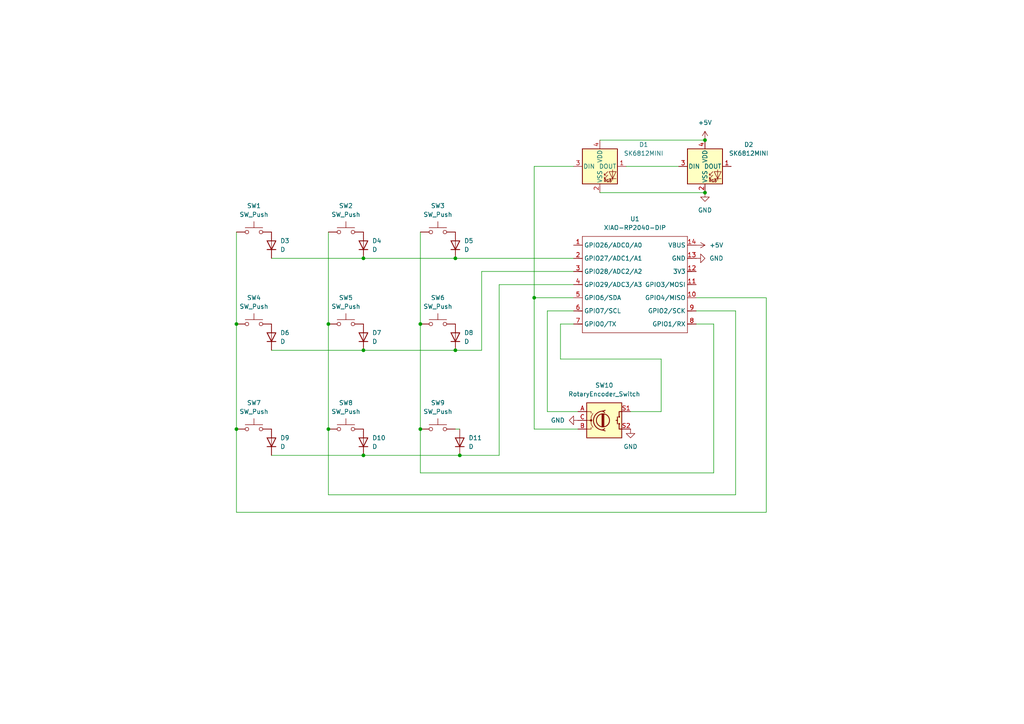
<source format=kicad_sch>
(kicad_sch
	(version 20231120)
	(generator "eeschema")
	(generator_version "8.0")
	(uuid "997fbc7e-9b0d-41bc-8e17-9e7023a14b22")
	(paper "A4")
	(lib_symbols
		(symbol "Device:D"
			(pin_numbers hide)
			(pin_names
				(offset 1.016) hide)
			(exclude_from_sim no)
			(in_bom yes)
			(on_board yes)
			(property "Reference" "D"
				(at 0 2.54 0)
				(effects
					(font
						(size 1.27 1.27)
					)
				)
			)
			(property "Value" "D"
				(at 0 -2.54 0)
				(effects
					(font
						(size 1.27 1.27)
					)
				)
			)
			(property "Footprint" ""
				(at 0 0 0)
				(effects
					(font
						(size 1.27 1.27)
					)
					(hide yes)
				)
			)
			(property "Datasheet" "~"
				(at 0 0 0)
				(effects
					(font
						(size 1.27 1.27)
					)
					(hide yes)
				)
			)
			(property "Description" "Diode"
				(at 0 0 0)
				(effects
					(font
						(size 1.27 1.27)
					)
					(hide yes)
				)
			)
			(property "Sim.Device" "D"
				(at 0 0 0)
				(effects
					(font
						(size 1.27 1.27)
					)
					(hide yes)
				)
			)
			(property "Sim.Pins" "1=K 2=A"
				(at 0 0 0)
				(effects
					(font
						(size 1.27 1.27)
					)
					(hide yes)
				)
			)
			(property "ki_keywords" "diode"
				(at 0 0 0)
				(effects
					(font
						(size 1.27 1.27)
					)
					(hide yes)
				)
			)
			(property "ki_fp_filters" "TO-???* *_Diode_* *SingleDiode* D_*"
				(at 0 0 0)
				(effects
					(font
						(size 1.27 1.27)
					)
					(hide yes)
				)
			)
			(symbol "D_0_1"
				(polyline
					(pts
						(xy -1.27 1.27) (xy -1.27 -1.27)
					)
					(stroke
						(width 0.254)
						(type default)
					)
					(fill
						(type none)
					)
				)
				(polyline
					(pts
						(xy 1.27 0) (xy -1.27 0)
					)
					(stroke
						(width 0)
						(type default)
					)
					(fill
						(type none)
					)
				)
				(polyline
					(pts
						(xy 1.27 1.27) (xy 1.27 -1.27) (xy -1.27 0) (xy 1.27 1.27)
					)
					(stroke
						(width 0.254)
						(type default)
					)
					(fill
						(type none)
					)
				)
			)
			(symbol "D_1_1"
				(pin passive line
					(at -3.81 0 0)
					(length 2.54)
					(name "K"
						(effects
							(font
								(size 1.27 1.27)
							)
						)
					)
					(number "1"
						(effects
							(font
								(size 1.27 1.27)
							)
						)
					)
				)
				(pin passive line
					(at 3.81 0 180)
					(length 2.54)
					(name "A"
						(effects
							(font
								(size 1.27 1.27)
							)
						)
					)
					(number "2"
						(effects
							(font
								(size 1.27 1.27)
							)
						)
					)
				)
			)
		)
		(symbol "Device:RotaryEncoder_Switch"
			(pin_names
				(offset 0.254) hide)
			(exclude_from_sim no)
			(in_bom yes)
			(on_board yes)
			(property "Reference" "SW"
				(at 0 6.604 0)
				(effects
					(font
						(size 1.27 1.27)
					)
				)
			)
			(property "Value" "RotaryEncoder_Switch"
				(at 0 -6.604 0)
				(effects
					(font
						(size 1.27 1.27)
					)
				)
			)
			(property "Footprint" ""
				(at -3.81 4.064 0)
				(effects
					(font
						(size 1.27 1.27)
					)
					(hide yes)
				)
			)
			(property "Datasheet" "~"
				(at 0 6.604 0)
				(effects
					(font
						(size 1.27 1.27)
					)
					(hide yes)
				)
			)
			(property "Description" "Rotary encoder, dual channel, incremental quadrate outputs, with switch"
				(at 0 0 0)
				(effects
					(font
						(size 1.27 1.27)
					)
					(hide yes)
				)
			)
			(property "ki_keywords" "rotary switch encoder switch push button"
				(at 0 0 0)
				(effects
					(font
						(size 1.27 1.27)
					)
					(hide yes)
				)
			)
			(property "ki_fp_filters" "RotaryEncoder*Switch*"
				(at 0 0 0)
				(effects
					(font
						(size 1.27 1.27)
					)
					(hide yes)
				)
			)
			(symbol "RotaryEncoder_Switch_0_1"
				(rectangle
					(start -5.08 5.08)
					(end 5.08 -5.08)
					(stroke
						(width 0.254)
						(type default)
					)
					(fill
						(type background)
					)
				)
				(circle
					(center -3.81 0)
					(radius 0.254)
					(stroke
						(width 0)
						(type default)
					)
					(fill
						(type outline)
					)
				)
				(circle
					(center -0.381 0)
					(radius 1.905)
					(stroke
						(width 0.254)
						(type default)
					)
					(fill
						(type none)
					)
				)
				(arc
					(start -0.381 2.667)
					(mid -3.0988 -0.0635)
					(end -0.381 -2.794)
					(stroke
						(width 0.254)
						(type default)
					)
					(fill
						(type none)
					)
				)
				(polyline
					(pts
						(xy -0.635 -1.778) (xy -0.635 1.778)
					)
					(stroke
						(width 0.254)
						(type default)
					)
					(fill
						(type none)
					)
				)
				(polyline
					(pts
						(xy -0.381 -1.778) (xy -0.381 1.778)
					)
					(stroke
						(width 0.254)
						(type default)
					)
					(fill
						(type none)
					)
				)
				(polyline
					(pts
						(xy -0.127 1.778) (xy -0.127 -1.778)
					)
					(stroke
						(width 0.254)
						(type default)
					)
					(fill
						(type none)
					)
				)
				(polyline
					(pts
						(xy 3.81 0) (xy 3.429 0)
					)
					(stroke
						(width 0.254)
						(type default)
					)
					(fill
						(type none)
					)
				)
				(polyline
					(pts
						(xy 3.81 1.016) (xy 3.81 -1.016)
					)
					(stroke
						(width 0.254)
						(type default)
					)
					(fill
						(type none)
					)
				)
				(polyline
					(pts
						(xy -5.08 -2.54) (xy -3.81 -2.54) (xy -3.81 -2.032)
					)
					(stroke
						(width 0)
						(type default)
					)
					(fill
						(type none)
					)
				)
				(polyline
					(pts
						(xy -5.08 2.54) (xy -3.81 2.54) (xy -3.81 2.032)
					)
					(stroke
						(width 0)
						(type default)
					)
					(fill
						(type none)
					)
				)
				(polyline
					(pts
						(xy 0.254 -3.048) (xy -0.508 -2.794) (xy 0.127 -2.413)
					)
					(stroke
						(width 0.254)
						(type default)
					)
					(fill
						(type none)
					)
				)
				(polyline
					(pts
						(xy 0.254 2.921) (xy -0.508 2.667) (xy 0.127 2.286)
					)
					(stroke
						(width 0.254)
						(type default)
					)
					(fill
						(type none)
					)
				)
				(polyline
					(pts
						(xy 5.08 -2.54) (xy 4.318 -2.54) (xy 4.318 -1.016)
					)
					(stroke
						(width 0.254)
						(type default)
					)
					(fill
						(type none)
					)
				)
				(polyline
					(pts
						(xy 5.08 2.54) (xy 4.318 2.54) (xy 4.318 1.016)
					)
					(stroke
						(width 0.254)
						(type default)
					)
					(fill
						(type none)
					)
				)
				(polyline
					(pts
						(xy -5.08 0) (xy -3.81 0) (xy -3.81 -1.016) (xy -3.302 -2.032)
					)
					(stroke
						(width 0)
						(type default)
					)
					(fill
						(type none)
					)
				)
				(polyline
					(pts
						(xy -4.318 0) (xy -3.81 0) (xy -3.81 1.016) (xy -3.302 2.032)
					)
					(stroke
						(width 0)
						(type default)
					)
					(fill
						(type none)
					)
				)
				(circle
					(center 4.318 -1.016)
					(radius 0.127)
					(stroke
						(width 0.254)
						(type default)
					)
					(fill
						(type none)
					)
				)
				(circle
					(center 4.318 1.016)
					(radius 0.127)
					(stroke
						(width 0.254)
						(type default)
					)
					(fill
						(type none)
					)
				)
			)
			(symbol "RotaryEncoder_Switch_1_1"
				(pin passive line
					(at -7.62 2.54 0)
					(length 2.54)
					(name "A"
						(effects
							(font
								(size 1.27 1.27)
							)
						)
					)
					(number "A"
						(effects
							(font
								(size 1.27 1.27)
							)
						)
					)
				)
				(pin passive line
					(at -7.62 -2.54 0)
					(length 2.54)
					(name "B"
						(effects
							(font
								(size 1.27 1.27)
							)
						)
					)
					(number "B"
						(effects
							(font
								(size 1.27 1.27)
							)
						)
					)
				)
				(pin passive line
					(at -7.62 0 0)
					(length 2.54)
					(name "C"
						(effects
							(font
								(size 1.27 1.27)
							)
						)
					)
					(number "C"
						(effects
							(font
								(size 1.27 1.27)
							)
						)
					)
				)
				(pin passive line
					(at 7.62 2.54 180)
					(length 2.54)
					(name "S1"
						(effects
							(font
								(size 1.27 1.27)
							)
						)
					)
					(number "S1"
						(effects
							(font
								(size 1.27 1.27)
							)
						)
					)
				)
				(pin passive line
					(at 7.62 -2.54 180)
					(length 2.54)
					(name "S2"
						(effects
							(font
								(size 1.27 1.27)
							)
						)
					)
					(number "S2"
						(effects
							(font
								(size 1.27 1.27)
							)
						)
					)
				)
			)
		)
		(symbol "LED:SK6812MINI"
			(pin_names
				(offset 0.254)
			)
			(exclude_from_sim no)
			(in_bom yes)
			(on_board yes)
			(property "Reference" "D"
				(at 5.08 5.715 0)
				(effects
					(font
						(size 1.27 1.27)
					)
					(justify right bottom)
				)
			)
			(property "Value" "SK6812MINI"
				(at 1.27 -5.715 0)
				(effects
					(font
						(size 1.27 1.27)
					)
					(justify left top)
				)
			)
			(property "Footprint" "LED_SMD:LED_SK6812MINI_PLCC4_3.5x3.5mm_P1.75mm"
				(at 1.27 -7.62 0)
				(effects
					(font
						(size 1.27 1.27)
					)
					(justify left top)
					(hide yes)
				)
			)
			(property "Datasheet" "https://cdn-shop.adafruit.com/product-files/2686/SK6812MINI_REV.01-1-2.pdf"
				(at 2.54 -9.525 0)
				(effects
					(font
						(size 1.27 1.27)
					)
					(justify left top)
					(hide yes)
				)
			)
			(property "Description" "RGB LED with integrated controller"
				(at 0 0 0)
				(effects
					(font
						(size 1.27 1.27)
					)
					(hide yes)
				)
			)
			(property "ki_keywords" "RGB LED NeoPixel Mini addressable"
				(at 0 0 0)
				(effects
					(font
						(size 1.27 1.27)
					)
					(hide yes)
				)
			)
			(property "ki_fp_filters" "LED*SK6812MINI*PLCC*3.5x3.5mm*P1.75mm*"
				(at 0 0 0)
				(effects
					(font
						(size 1.27 1.27)
					)
					(hide yes)
				)
			)
			(symbol "SK6812MINI_0_0"
				(text "RGB"
					(at 2.286 -4.191 0)
					(effects
						(font
							(size 0.762 0.762)
						)
					)
				)
			)
			(symbol "SK6812MINI_0_1"
				(polyline
					(pts
						(xy 1.27 -3.556) (xy 1.778 -3.556)
					)
					(stroke
						(width 0)
						(type default)
					)
					(fill
						(type none)
					)
				)
				(polyline
					(pts
						(xy 1.27 -2.54) (xy 1.778 -2.54)
					)
					(stroke
						(width 0)
						(type default)
					)
					(fill
						(type none)
					)
				)
				(polyline
					(pts
						(xy 4.699 -3.556) (xy 2.667 -3.556)
					)
					(stroke
						(width 0)
						(type default)
					)
					(fill
						(type none)
					)
				)
				(polyline
					(pts
						(xy 2.286 -2.54) (xy 1.27 -3.556) (xy 1.27 -3.048)
					)
					(stroke
						(width 0)
						(type default)
					)
					(fill
						(type none)
					)
				)
				(polyline
					(pts
						(xy 2.286 -1.524) (xy 1.27 -2.54) (xy 1.27 -2.032)
					)
					(stroke
						(width 0)
						(type default)
					)
					(fill
						(type none)
					)
				)
				(polyline
					(pts
						(xy 3.683 -1.016) (xy 3.683 -3.556) (xy 3.683 -4.064)
					)
					(stroke
						(width 0)
						(type default)
					)
					(fill
						(type none)
					)
				)
				(polyline
					(pts
						(xy 4.699 -1.524) (xy 2.667 -1.524) (xy 3.683 -3.556) (xy 4.699 -1.524)
					)
					(stroke
						(width 0)
						(type default)
					)
					(fill
						(type none)
					)
				)
				(rectangle
					(start 5.08 5.08)
					(end -5.08 -5.08)
					(stroke
						(width 0.254)
						(type default)
					)
					(fill
						(type background)
					)
				)
			)
			(symbol "SK6812MINI_1_1"
				(pin output line
					(at 7.62 0 180)
					(length 2.54)
					(name "DOUT"
						(effects
							(font
								(size 1.27 1.27)
							)
						)
					)
					(number "1"
						(effects
							(font
								(size 1.27 1.27)
							)
						)
					)
				)
				(pin power_in line
					(at 0 -7.62 90)
					(length 2.54)
					(name "VSS"
						(effects
							(font
								(size 1.27 1.27)
							)
						)
					)
					(number "2"
						(effects
							(font
								(size 1.27 1.27)
							)
						)
					)
				)
				(pin input line
					(at -7.62 0 0)
					(length 2.54)
					(name "DIN"
						(effects
							(font
								(size 1.27 1.27)
							)
						)
					)
					(number "3"
						(effects
							(font
								(size 1.27 1.27)
							)
						)
					)
				)
				(pin power_in line
					(at 0 7.62 270)
					(length 2.54)
					(name "VDD"
						(effects
							(font
								(size 1.27 1.27)
							)
						)
					)
					(number "4"
						(effects
							(font
								(size 1.27 1.27)
							)
						)
					)
				)
			)
		)
		(symbol "OPL:XIAO-RP2040-DIP"
			(exclude_from_sim no)
			(in_bom yes)
			(on_board yes)
			(property "Reference" "U"
				(at 0 0 0)
				(effects
					(font
						(size 1.27 1.27)
					)
				)
			)
			(property "Value" "XIAO-RP2040-DIP"
				(at 5.334 -1.778 0)
				(effects
					(font
						(size 1.27 1.27)
					)
				)
			)
			(property "Footprint" "Module:MOUDLE14P-XIAO-DIP-SMD"
				(at 14.478 -32.258 0)
				(effects
					(font
						(size 1.27 1.27)
					)
					(hide yes)
				)
			)
			(property "Datasheet" ""
				(at 0 0 0)
				(effects
					(font
						(size 1.27 1.27)
					)
					(hide yes)
				)
			)
			(property "Description" ""
				(at 0 0 0)
				(effects
					(font
						(size 1.27 1.27)
					)
					(hide yes)
				)
			)
			(symbol "XIAO-RP2040-DIP_1_0"
				(polyline
					(pts
						(xy -1.27 -30.48) (xy -1.27 -16.51)
					)
					(stroke
						(width 0.1524)
						(type solid)
					)
					(fill
						(type none)
					)
				)
				(polyline
					(pts
						(xy -1.27 -27.94) (xy -2.54 -27.94)
					)
					(stroke
						(width 0.1524)
						(type solid)
					)
					(fill
						(type none)
					)
				)
				(polyline
					(pts
						(xy -1.27 -24.13) (xy -2.54 -24.13)
					)
					(stroke
						(width 0.1524)
						(type solid)
					)
					(fill
						(type none)
					)
				)
				(polyline
					(pts
						(xy -1.27 -20.32) (xy -2.54 -20.32)
					)
					(stroke
						(width 0.1524)
						(type solid)
					)
					(fill
						(type none)
					)
				)
				(polyline
					(pts
						(xy -1.27 -16.51) (xy -2.54 -16.51)
					)
					(stroke
						(width 0.1524)
						(type solid)
					)
					(fill
						(type none)
					)
				)
				(polyline
					(pts
						(xy -1.27 -16.51) (xy -1.27 -12.7)
					)
					(stroke
						(width 0.1524)
						(type solid)
					)
					(fill
						(type none)
					)
				)
				(polyline
					(pts
						(xy -1.27 -12.7) (xy -2.54 -12.7)
					)
					(stroke
						(width 0.1524)
						(type solid)
					)
					(fill
						(type none)
					)
				)
				(polyline
					(pts
						(xy -1.27 -12.7) (xy -1.27 -8.89)
					)
					(stroke
						(width 0.1524)
						(type solid)
					)
					(fill
						(type none)
					)
				)
				(polyline
					(pts
						(xy -1.27 -8.89) (xy -2.54 -8.89)
					)
					(stroke
						(width 0.1524)
						(type solid)
					)
					(fill
						(type none)
					)
				)
				(polyline
					(pts
						(xy -1.27 -8.89) (xy -1.27 -5.08)
					)
					(stroke
						(width 0.1524)
						(type solid)
					)
					(fill
						(type none)
					)
				)
				(polyline
					(pts
						(xy -1.27 -5.08) (xy -2.54 -5.08)
					)
					(stroke
						(width 0.1524)
						(type solid)
					)
					(fill
						(type none)
					)
				)
				(polyline
					(pts
						(xy -1.27 -5.08) (xy -1.27 -2.54)
					)
					(stroke
						(width 0.1524)
						(type solid)
					)
					(fill
						(type none)
					)
				)
				(polyline
					(pts
						(xy -1.27 -2.54) (xy 29.21 -2.54)
					)
					(stroke
						(width 0.1524)
						(type solid)
					)
					(fill
						(type none)
					)
				)
				(polyline
					(pts
						(xy 29.21 -30.48) (xy -1.27 -30.48)
					)
					(stroke
						(width 0.1524)
						(type solid)
					)
					(fill
						(type none)
					)
				)
				(polyline
					(pts
						(xy 29.21 -12.7) (xy 29.21 -30.48)
					)
					(stroke
						(width 0.1524)
						(type solid)
					)
					(fill
						(type none)
					)
				)
				(polyline
					(pts
						(xy 29.21 -8.89) (xy 29.21 -12.7)
					)
					(stroke
						(width 0.1524)
						(type solid)
					)
					(fill
						(type none)
					)
				)
				(polyline
					(pts
						(xy 29.21 -5.08) (xy 29.21 -8.89)
					)
					(stroke
						(width 0.1524)
						(type solid)
					)
					(fill
						(type none)
					)
				)
				(polyline
					(pts
						(xy 29.21 -2.54) (xy 29.21 -5.08)
					)
					(stroke
						(width 0.1524)
						(type solid)
					)
					(fill
						(type none)
					)
				)
				(polyline
					(pts
						(xy 30.48 -27.94) (xy 29.21 -27.94)
					)
					(stroke
						(width 0.1524)
						(type solid)
					)
					(fill
						(type none)
					)
				)
				(polyline
					(pts
						(xy 30.48 -24.13) (xy 29.21 -24.13)
					)
					(stroke
						(width 0.1524)
						(type solid)
					)
					(fill
						(type none)
					)
				)
				(polyline
					(pts
						(xy 30.48 -20.32) (xy 29.21 -20.32)
					)
					(stroke
						(width 0.1524)
						(type solid)
					)
					(fill
						(type none)
					)
				)
				(polyline
					(pts
						(xy 30.48 -16.51) (xy 29.21 -16.51)
					)
					(stroke
						(width 0.1524)
						(type solid)
					)
					(fill
						(type none)
					)
				)
				(polyline
					(pts
						(xy 30.48 -12.7) (xy 29.21 -12.7)
					)
					(stroke
						(width 0.1524)
						(type solid)
					)
					(fill
						(type none)
					)
				)
				(polyline
					(pts
						(xy 30.48 -8.89) (xy 29.21 -8.89)
					)
					(stroke
						(width 0.1524)
						(type solid)
					)
					(fill
						(type none)
					)
				)
				(polyline
					(pts
						(xy 30.48 -5.08) (xy 29.21 -5.08)
					)
					(stroke
						(width 0.1524)
						(type solid)
					)
					(fill
						(type none)
					)
				)
				(pin passive line
					(at -3.81 -5.08 0)
					(length 2.54)
					(name "GPIO26/ADC0/A0"
						(effects
							(font
								(size 1.27 1.27)
							)
						)
					)
					(number "1"
						(effects
							(font
								(size 1.27 1.27)
							)
						)
					)
				)
				(pin passive line
					(at 31.75 -20.32 180)
					(length 2.54)
					(name "GPIO4/MISO"
						(effects
							(font
								(size 1.27 1.27)
							)
						)
					)
					(number "10"
						(effects
							(font
								(size 1.27 1.27)
							)
						)
					)
				)
				(pin passive line
					(at 31.75 -16.51 180)
					(length 2.54)
					(name "GPIO3/MOSI"
						(effects
							(font
								(size 1.27 1.27)
							)
						)
					)
					(number "11"
						(effects
							(font
								(size 1.27 1.27)
							)
						)
					)
				)
				(pin passive line
					(at 31.75 -12.7 180)
					(length 2.54)
					(name "3V3"
						(effects
							(font
								(size 1.27 1.27)
							)
						)
					)
					(number "12"
						(effects
							(font
								(size 1.27 1.27)
							)
						)
					)
				)
				(pin passive line
					(at 31.75 -8.89 180)
					(length 2.54)
					(name "GND"
						(effects
							(font
								(size 1.27 1.27)
							)
						)
					)
					(number "13"
						(effects
							(font
								(size 1.27 1.27)
							)
						)
					)
				)
				(pin passive line
					(at 31.75 -5.08 180)
					(length 2.54)
					(name "VBUS"
						(effects
							(font
								(size 1.27 1.27)
							)
						)
					)
					(number "14"
						(effects
							(font
								(size 1.27 1.27)
							)
						)
					)
				)
				(pin passive line
					(at -3.81 -8.89 0)
					(length 2.54)
					(name "GPIO27/ADC1/A1"
						(effects
							(font
								(size 1.27 1.27)
							)
						)
					)
					(number "2"
						(effects
							(font
								(size 1.27 1.27)
							)
						)
					)
				)
				(pin passive line
					(at -3.81 -12.7 0)
					(length 2.54)
					(name "GPIO28/ADC2/A2"
						(effects
							(font
								(size 1.27 1.27)
							)
						)
					)
					(number "3"
						(effects
							(font
								(size 1.27 1.27)
							)
						)
					)
				)
				(pin passive line
					(at -3.81 -16.51 0)
					(length 2.54)
					(name "GPIO29/ADC3/A3"
						(effects
							(font
								(size 1.27 1.27)
							)
						)
					)
					(number "4"
						(effects
							(font
								(size 1.27 1.27)
							)
						)
					)
				)
				(pin passive line
					(at -3.81 -20.32 0)
					(length 2.54)
					(name "GPIO6/SDA"
						(effects
							(font
								(size 1.27 1.27)
							)
						)
					)
					(number "5"
						(effects
							(font
								(size 1.27 1.27)
							)
						)
					)
				)
				(pin passive line
					(at -3.81 -24.13 0)
					(length 2.54)
					(name "GPIO7/SCL"
						(effects
							(font
								(size 1.27 1.27)
							)
						)
					)
					(number "6"
						(effects
							(font
								(size 1.27 1.27)
							)
						)
					)
				)
				(pin passive line
					(at -3.81 -27.94 0)
					(length 2.54)
					(name "GPIO0/TX"
						(effects
							(font
								(size 1.27 1.27)
							)
						)
					)
					(number "7"
						(effects
							(font
								(size 1.27 1.27)
							)
						)
					)
				)
				(pin passive line
					(at 31.75 -27.94 180)
					(length 2.54)
					(name "GPIO1/RX"
						(effects
							(font
								(size 1.27 1.27)
							)
						)
					)
					(number "8"
						(effects
							(font
								(size 1.27 1.27)
							)
						)
					)
				)
				(pin passive line
					(at 31.75 -24.13 180)
					(length 2.54)
					(name "GPIO2/SCK"
						(effects
							(font
								(size 1.27 1.27)
							)
						)
					)
					(number "9"
						(effects
							(font
								(size 1.27 1.27)
							)
						)
					)
				)
			)
		)
		(symbol "Switch:SW_Push"
			(pin_numbers hide)
			(pin_names
				(offset 1.016) hide)
			(exclude_from_sim no)
			(in_bom yes)
			(on_board yes)
			(property "Reference" "SW"
				(at 1.27 2.54 0)
				(effects
					(font
						(size 1.27 1.27)
					)
					(justify left)
				)
			)
			(property "Value" "SW_Push"
				(at 0 -1.524 0)
				(effects
					(font
						(size 1.27 1.27)
					)
				)
			)
			(property "Footprint" ""
				(at 0 5.08 0)
				(effects
					(font
						(size 1.27 1.27)
					)
					(hide yes)
				)
			)
			(property "Datasheet" "~"
				(at 0 5.08 0)
				(effects
					(font
						(size 1.27 1.27)
					)
					(hide yes)
				)
			)
			(property "Description" "Push button switch, generic, two pins"
				(at 0 0 0)
				(effects
					(font
						(size 1.27 1.27)
					)
					(hide yes)
				)
			)
			(property "ki_keywords" "switch normally-open pushbutton push-button"
				(at 0 0 0)
				(effects
					(font
						(size 1.27 1.27)
					)
					(hide yes)
				)
			)
			(symbol "SW_Push_0_1"
				(circle
					(center -2.032 0)
					(radius 0.508)
					(stroke
						(width 0)
						(type default)
					)
					(fill
						(type none)
					)
				)
				(polyline
					(pts
						(xy 0 1.27) (xy 0 3.048)
					)
					(stroke
						(width 0)
						(type default)
					)
					(fill
						(type none)
					)
				)
				(polyline
					(pts
						(xy 2.54 1.27) (xy -2.54 1.27)
					)
					(stroke
						(width 0)
						(type default)
					)
					(fill
						(type none)
					)
				)
				(circle
					(center 2.032 0)
					(radius 0.508)
					(stroke
						(width 0)
						(type default)
					)
					(fill
						(type none)
					)
				)
				(pin passive line
					(at -5.08 0 0)
					(length 2.54)
					(name "1"
						(effects
							(font
								(size 1.27 1.27)
							)
						)
					)
					(number "1"
						(effects
							(font
								(size 1.27 1.27)
							)
						)
					)
				)
				(pin passive line
					(at 5.08 0 180)
					(length 2.54)
					(name "2"
						(effects
							(font
								(size 1.27 1.27)
							)
						)
					)
					(number "2"
						(effects
							(font
								(size 1.27 1.27)
							)
						)
					)
				)
			)
		)
		(symbol "power:+5V"
			(power)
			(pin_numbers hide)
			(pin_names
				(offset 0) hide)
			(exclude_from_sim no)
			(in_bom yes)
			(on_board yes)
			(property "Reference" "#PWR"
				(at 0 -3.81 0)
				(effects
					(font
						(size 1.27 1.27)
					)
					(hide yes)
				)
			)
			(property "Value" "+5V"
				(at 0 3.556 0)
				(effects
					(font
						(size 1.27 1.27)
					)
				)
			)
			(property "Footprint" ""
				(at 0 0 0)
				(effects
					(font
						(size 1.27 1.27)
					)
					(hide yes)
				)
			)
			(property "Datasheet" ""
				(at 0 0 0)
				(effects
					(font
						(size 1.27 1.27)
					)
					(hide yes)
				)
			)
			(property "Description" "Power symbol creates a global label with name \"+5V\""
				(at 0 0 0)
				(effects
					(font
						(size 1.27 1.27)
					)
					(hide yes)
				)
			)
			(property "ki_keywords" "global power"
				(at 0 0 0)
				(effects
					(font
						(size 1.27 1.27)
					)
					(hide yes)
				)
			)
			(symbol "+5V_0_1"
				(polyline
					(pts
						(xy -0.762 1.27) (xy 0 2.54)
					)
					(stroke
						(width 0)
						(type default)
					)
					(fill
						(type none)
					)
				)
				(polyline
					(pts
						(xy 0 0) (xy 0 2.54)
					)
					(stroke
						(width 0)
						(type default)
					)
					(fill
						(type none)
					)
				)
				(polyline
					(pts
						(xy 0 2.54) (xy 0.762 1.27)
					)
					(stroke
						(width 0)
						(type default)
					)
					(fill
						(type none)
					)
				)
			)
			(symbol "+5V_1_1"
				(pin power_in line
					(at 0 0 90)
					(length 0)
					(name "~"
						(effects
							(font
								(size 1.27 1.27)
							)
						)
					)
					(number "1"
						(effects
							(font
								(size 1.27 1.27)
							)
						)
					)
				)
			)
		)
		(symbol "power:GND"
			(power)
			(pin_numbers hide)
			(pin_names
				(offset 0) hide)
			(exclude_from_sim no)
			(in_bom yes)
			(on_board yes)
			(property "Reference" "#PWR"
				(at 0 -6.35 0)
				(effects
					(font
						(size 1.27 1.27)
					)
					(hide yes)
				)
			)
			(property "Value" "GND"
				(at 0 -3.81 0)
				(effects
					(font
						(size 1.27 1.27)
					)
				)
			)
			(property "Footprint" ""
				(at 0 0 0)
				(effects
					(font
						(size 1.27 1.27)
					)
					(hide yes)
				)
			)
			(property "Datasheet" ""
				(at 0 0 0)
				(effects
					(font
						(size 1.27 1.27)
					)
					(hide yes)
				)
			)
			(property "Description" "Power symbol creates a global label with name \"GND\" , ground"
				(at 0 0 0)
				(effects
					(font
						(size 1.27 1.27)
					)
					(hide yes)
				)
			)
			(property "ki_keywords" "global power"
				(at 0 0 0)
				(effects
					(font
						(size 1.27 1.27)
					)
					(hide yes)
				)
			)
			(symbol "GND_0_1"
				(polyline
					(pts
						(xy 0 0) (xy 0 -1.27) (xy 1.27 -1.27) (xy 0 -2.54) (xy -1.27 -1.27) (xy 0 -1.27)
					)
					(stroke
						(width 0)
						(type default)
					)
					(fill
						(type none)
					)
				)
			)
			(symbol "GND_1_1"
				(pin power_in line
					(at 0 0 270)
					(length 0)
					(name "~"
						(effects
							(font
								(size 1.27 1.27)
							)
						)
					)
					(number "1"
						(effects
							(font
								(size 1.27 1.27)
							)
						)
					)
				)
			)
		)
	)
	(junction
		(at 121.92 93.98)
		(diameter 0)
		(color 0 0 0 0)
		(uuid "17434284-a013-4609-a88b-30a63e44abb5")
	)
	(junction
		(at 154.94 86.36)
		(diameter 0)
		(color 0 0 0 0)
		(uuid "3761a5b2-7ea4-4d96-b8ea-b3758804103f")
	)
	(junction
		(at 121.92 124.46)
		(diameter 0)
		(color 0 0 0 0)
		(uuid "3c95d232-1b26-4371-b0bc-4af31fe8bfe5")
	)
	(junction
		(at 95.25 93.98)
		(diameter 0)
		(color 0 0 0 0)
		(uuid "4282023c-88c8-4c3f-87b1-bbaa6c498f38")
	)
	(junction
		(at 105.41 132.08)
		(diameter 0)
		(color 0 0 0 0)
		(uuid "4b85b4c1-193f-483d-b4e9-f094b8c57946")
	)
	(junction
		(at 68.58 93.98)
		(diameter 0)
		(color 0 0 0 0)
		(uuid "4d2c8a75-7121-41f5-b903-9c7d3cdd4285")
	)
	(junction
		(at 68.58 124.46)
		(diameter 0)
		(color 0 0 0 0)
		(uuid "98f58726-1f6c-4525-ae1d-6ea35b79529e")
	)
	(junction
		(at 105.41 101.6)
		(diameter 0)
		(color 0 0 0 0)
		(uuid "a9a4ccd5-97bf-4ef1-8293-cf81bee8b081")
	)
	(junction
		(at 132.08 74.93)
		(diameter 0)
		(color 0 0 0 0)
		(uuid "b8a6b266-4b1a-40c4-9a8c-f52b5773af46")
	)
	(junction
		(at 133.35 132.08)
		(diameter 0)
		(color 0 0 0 0)
		(uuid "bf95daa1-8ca5-4101-b933-06432a2c2778")
	)
	(junction
		(at 204.47 40.64)
		(diameter 0)
		(color 0 0 0 0)
		(uuid "cf05924a-c404-4685-8c63-b30839b86f51")
	)
	(junction
		(at 132.08 101.6)
		(diameter 0)
		(color 0 0 0 0)
		(uuid "d3c1ab8d-0476-4218-a662-10d61fb4912b")
	)
	(junction
		(at 105.41 74.93)
		(diameter 0)
		(color 0 0 0 0)
		(uuid "ec1c19fb-4230-4c22-b4c6-46b49d4aa1d2")
	)
	(junction
		(at 95.25 124.46)
		(diameter 0)
		(color 0 0 0 0)
		(uuid "edb34959-7b80-444f-832e-bb65122952e1")
	)
	(junction
		(at 204.47 55.88)
		(diameter 0)
		(color 0 0 0 0)
		(uuid "f7431c9c-3766-4782-8767-98820a7c7e99")
	)
	(wire
		(pts
			(xy 121.92 67.31) (xy 121.92 93.98)
		)
		(stroke
			(width 0)
			(type default)
		)
		(uuid "02d5cc28-7f9e-499f-97ec-4905e0e552de")
	)
	(wire
		(pts
			(xy 158.75 90.17) (xy 166.37 90.17)
		)
		(stroke
			(width 0)
			(type default)
		)
		(uuid "050e8637-ff67-4d27-b638-0b00f1fcbf59")
	)
	(wire
		(pts
			(xy 78.74 132.08) (xy 105.41 132.08)
		)
		(stroke
			(width 0)
			(type default)
		)
		(uuid "0577fc7a-9187-4738-b2c7-d81f050e3cff")
	)
	(wire
		(pts
			(xy 173.99 55.88) (xy 204.47 55.88)
		)
		(stroke
			(width 0)
			(type default)
		)
		(uuid "0e8eee3c-2942-49f0-a0a3-5c713a0ba7a9")
	)
	(wire
		(pts
			(xy 132.08 124.46) (xy 133.35 124.46)
		)
		(stroke
			(width 0)
			(type default)
		)
		(uuid "19461a15-0c0f-4302-81f5-884cfd965f73")
	)
	(wire
		(pts
			(xy 132.08 74.93) (xy 166.37 74.93)
		)
		(stroke
			(width 0)
			(type default)
		)
		(uuid "1b4fa93b-0523-4393-bb0f-1b756e7576ac")
	)
	(wire
		(pts
			(xy 222.25 148.59) (xy 222.25 86.36)
		)
		(stroke
			(width 0)
			(type default)
		)
		(uuid "229c939d-56cd-4ec0-8e0d-d96305ae5a91")
	)
	(wire
		(pts
			(xy 154.94 86.36) (xy 166.37 86.36)
		)
		(stroke
			(width 0)
			(type default)
		)
		(uuid "2a962c11-b736-4f44-bd19-edc1603f6e1d")
	)
	(wire
		(pts
			(xy 133.35 132.08) (xy 144.78 132.08)
		)
		(stroke
			(width 0)
			(type default)
		)
		(uuid "48e0e015-776a-4b4f-a531-cd0467170f3a")
	)
	(wire
		(pts
			(xy 166.37 48.26) (xy 154.94 48.26)
		)
		(stroke
			(width 0)
			(type default)
		)
		(uuid "4a0e3b27-0e18-446e-8304-21030a995a30")
	)
	(wire
		(pts
			(xy 105.41 74.93) (xy 132.08 74.93)
		)
		(stroke
			(width 0)
			(type default)
		)
		(uuid "5959bd36-6da3-43ab-bc85-e3399bc711d7")
	)
	(wire
		(pts
			(xy 162.56 104.14) (xy 162.56 93.98)
		)
		(stroke
			(width 0)
			(type default)
		)
		(uuid "62d91b29-9c31-4fab-afc5-8b7f721d426a")
	)
	(wire
		(pts
			(xy 162.56 93.98) (xy 166.37 93.98)
		)
		(stroke
			(width 0)
			(type default)
		)
		(uuid "68c942b5-9c4e-4182-a67a-b0bab41f6b9b")
	)
	(wire
		(pts
			(xy 167.64 124.46) (xy 154.94 124.46)
		)
		(stroke
			(width 0)
			(type default)
		)
		(uuid "6df1aab0-2452-4c80-9085-991cbb1b51b1")
	)
	(wire
		(pts
			(xy 132.08 101.6) (xy 139.7 101.6)
		)
		(stroke
			(width 0)
			(type default)
		)
		(uuid "712fa853-b0fd-4df5-b5fb-fd27cd2eda84")
	)
	(wire
		(pts
			(xy 144.78 82.55) (xy 166.37 82.55)
		)
		(stroke
			(width 0)
			(type default)
		)
		(uuid "71b729ee-adc4-4624-a177-7186aa112d2b")
	)
	(wire
		(pts
			(xy 95.25 124.46) (xy 95.25 143.51)
		)
		(stroke
			(width 0)
			(type default)
		)
		(uuid "71e0cd31-01a7-4914-8e13-6aaeac6c0a9f")
	)
	(wire
		(pts
			(xy 139.7 101.6) (xy 139.7 78.74)
		)
		(stroke
			(width 0)
			(type default)
		)
		(uuid "7dcaee4c-92b7-4644-92f6-3447fa9902ea")
	)
	(wire
		(pts
			(xy 105.41 132.08) (xy 133.35 132.08)
		)
		(stroke
			(width 0)
			(type default)
		)
		(uuid "7ebaf496-c034-489e-a52e-ff236dd68f64")
	)
	(wire
		(pts
			(xy 154.94 124.46) (xy 154.94 86.36)
		)
		(stroke
			(width 0)
			(type default)
		)
		(uuid "846f30ba-a959-473c-b4c1-cdaadc5eefa9")
	)
	(wire
		(pts
			(xy 139.7 78.74) (xy 166.37 78.74)
		)
		(stroke
			(width 0)
			(type default)
		)
		(uuid "8a6e0f9d-bf68-463c-963c-72114416951b")
	)
	(wire
		(pts
			(xy 207.01 137.16) (xy 207.01 93.98)
		)
		(stroke
			(width 0)
			(type default)
		)
		(uuid "8abd2eca-29e6-45dd-ad32-eb3d8c17e235")
	)
	(wire
		(pts
			(xy 121.92 93.98) (xy 121.92 124.46)
		)
		(stroke
			(width 0)
			(type default)
		)
		(uuid "8f703ff1-d410-4055-84ef-89350b8bc1de")
	)
	(wire
		(pts
			(xy 144.78 132.08) (xy 144.78 82.55)
		)
		(stroke
			(width 0)
			(type default)
		)
		(uuid "903c8ada-c171-461f-ab8f-5fc877c5018c")
	)
	(wire
		(pts
			(xy 191.77 119.38) (xy 191.77 104.14)
		)
		(stroke
			(width 0)
			(type default)
		)
		(uuid "952e4ea8-93b4-4fab-8489-8181c008cf56")
	)
	(wire
		(pts
			(xy 167.64 119.38) (xy 158.75 119.38)
		)
		(stroke
			(width 0)
			(type default)
		)
		(uuid "994b03d7-37f7-4881-8364-27987faa34d4")
	)
	(wire
		(pts
			(xy 95.25 67.31) (xy 95.25 93.98)
		)
		(stroke
			(width 0)
			(type default)
		)
		(uuid "9b167962-bd7b-4326-8a96-d810c5972723")
	)
	(wire
		(pts
			(xy 213.36 90.17) (xy 201.93 90.17)
		)
		(stroke
			(width 0)
			(type default)
		)
		(uuid "a46bac0c-592d-4501-91f8-43c8d603d27b")
	)
	(wire
		(pts
			(xy 213.36 143.51) (xy 213.36 90.17)
		)
		(stroke
			(width 0)
			(type default)
		)
		(uuid "a92edd4d-778d-40f3-8a3b-cf86ddbd1193")
	)
	(wire
		(pts
			(xy 182.88 119.38) (xy 191.77 119.38)
		)
		(stroke
			(width 0)
			(type default)
		)
		(uuid "b150a95f-2829-4e46-9771-f930a8a6b03f")
	)
	(wire
		(pts
			(xy 121.92 137.16) (xy 207.01 137.16)
		)
		(stroke
			(width 0)
			(type default)
		)
		(uuid "b55cfc79-4baa-4eab-a1ad-79fc360baa57")
	)
	(wire
		(pts
			(xy 191.77 104.14) (xy 162.56 104.14)
		)
		(stroke
			(width 0)
			(type default)
		)
		(uuid "b91a37d9-90eb-4d70-ba8a-7b698a542781")
	)
	(wire
		(pts
			(xy 68.58 124.46) (xy 68.58 148.59)
		)
		(stroke
			(width 0)
			(type default)
		)
		(uuid "bc5aac20-9c8a-41c9-9db3-b7369554efba")
	)
	(wire
		(pts
			(xy 68.58 148.59) (xy 222.25 148.59)
		)
		(stroke
			(width 0)
			(type default)
		)
		(uuid "bf2e55d6-a1f9-40eb-9b4b-14b3292e5616")
	)
	(wire
		(pts
			(xy 78.74 74.93) (xy 105.41 74.93)
		)
		(stroke
			(width 0)
			(type default)
		)
		(uuid "c44b4ac6-0845-4675-ab89-59cb83d2143b")
	)
	(wire
		(pts
			(xy 121.92 124.46) (xy 121.92 137.16)
		)
		(stroke
			(width 0)
			(type default)
		)
		(uuid "c5ce91cf-3f46-4827-8dc8-99aebdb6fb48")
	)
	(wire
		(pts
			(xy 78.74 101.6) (xy 105.41 101.6)
		)
		(stroke
			(width 0)
			(type default)
		)
		(uuid "cf6114b6-087e-479a-a5da-668d24493b46")
	)
	(wire
		(pts
			(xy 222.25 86.36) (xy 201.93 86.36)
		)
		(stroke
			(width 0)
			(type default)
		)
		(uuid "d32ef9b6-fa69-46e9-af9b-79ab96721654")
	)
	(wire
		(pts
			(xy 105.41 101.6) (xy 132.08 101.6)
		)
		(stroke
			(width 0)
			(type default)
		)
		(uuid "d9782c65-88c0-4ac6-92a2-4737be330816")
	)
	(wire
		(pts
			(xy 154.94 48.26) (xy 154.94 86.36)
		)
		(stroke
			(width 0)
			(type default)
		)
		(uuid "dc021494-d1ff-4d65-b88f-46024796c546")
	)
	(wire
		(pts
			(xy 207.01 93.98) (xy 201.93 93.98)
		)
		(stroke
			(width 0)
			(type default)
		)
		(uuid "dfa48b6c-f897-411a-97fb-b6351f8b70e6")
	)
	(wire
		(pts
			(xy 158.75 119.38) (xy 158.75 90.17)
		)
		(stroke
			(width 0)
			(type default)
		)
		(uuid "e0fa0a76-4387-4329-9c8c-c1bfd72e6332")
	)
	(wire
		(pts
			(xy 173.99 40.64) (xy 204.47 40.64)
		)
		(stroke
			(width 0)
			(type default)
		)
		(uuid "e3c89df6-2a2e-4698-8248-b13fd5a31d86")
	)
	(wire
		(pts
			(xy 181.61 48.26) (xy 196.85 48.26)
		)
		(stroke
			(width 0)
			(type default)
		)
		(uuid "e3e90737-ff87-49f5-95b6-141a802c3ce2")
	)
	(wire
		(pts
			(xy 68.58 67.31) (xy 68.58 93.98)
		)
		(stroke
			(width 0)
			(type default)
		)
		(uuid "e8757e72-dcc9-4e23-b07e-782e4df6fcde")
	)
	(wire
		(pts
			(xy 68.58 93.98) (xy 68.58 124.46)
		)
		(stroke
			(width 0)
			(type default)
		)
		(uuid "e975f36d-84b5-4247-8fc0-9d5c563470b4")
	)
	(wire
		(pts
			(xy 95.25 143.51) (xy 213.36 143.51)
		)
		(stroke
			(width 0)
			(type default)
		)
		(uuid "ef7285d3-b741-449f-b6d2-7a3cdc1e04e6")
	)
	(wire
		(pts
			(xy 95.25 93.98) (xy 95.25 124.46)
		)
		(stroke
			(width 0)
			(type default)
		)
		(uuid "f09f36ab-5c0d-41f4-944e-5dcfd2c624ea")
	)
	(symbol
		(lib_id "LED:SK6812MINI")
		(at 204.47 48.26 0)
		(unit 1)
		(exclude_from_sim no)
		(in_bom yes)
		(on_board yes)
		(dnp no)
		(fields_autoplaced yes)
		(uuid "0629cea6-1928-4157-99f4-df585e53062a")
		(property "Reference" "D2"
			(at 217.17 41.9414 0)
			(effects
				(font
					(size 1.27 1.27)
				)
			)
		)
		(property "Value" "SK6812MINI"
			(at 217.17 44.4814 0)
			(effects
				(font
					(size 1.27 1.27)
				)
			)
		)
		(property "Footprint" "LED_SMD:LED_SK6812MINI_PLCC4_3.5x3.5mm_P1.75mm"
			(at 205.74 55.88 0)
			(effects
				(font
					(size 1.27 1.27)
				)
				(justify left top)
				(hide yes)
			)
		)
		(property "Datasheet" "https://cdn-shop.adafruit.com/product-files/2686/SK6812MINI_REV.01-1-2.pdf"
			(at 207.01 57.785 0)
			(effects
				(font
					(size 1.27 1.27)
				)
				(justify left top)
				(hide yes)
			)
		)
		(property "Description" "RGB LED with integrated controller"
			(at 204.47 48.26 0)
			(effects
				(font
					(size 1.27 1.27)
				)
				(hide yes)
			)
		)
		(pin "3"
			(uuid "20c94a94-a133-4981-8c81-b78df80f123b")
		)
		(pin "1"
			(uuid "67d91481-21a1-4579-aead-d32bbba6cdb9")
		)
		(pin "2"
			(uuid "fd0fde05-db94-4868-be1d-c7f22cbe9d83")
		)
		(pin "4"
			(uuid "288e2650-5450-43b8-8088-04bcd60e4461")
		)
		(instances
			(project ""
				(path "/997fbc7e-9b0d-41bc-8e17-9e7023a14b22"
					(reference "D2")
					(unit 1)
				)
			)
		)
	)
	(symbol
		(lib_id "LED:SK6812MINI")
		(at 173.99 48.26 0)
		(unit 1)
		(exclude_from_sim no)
		(in_bom yes)
		(on_board yes)
		(dnp no)
		(fields_autoplaced yes)
		(uuid "115a49fe-0a4e-4744-9ee3-a7d00966f598")
		(property "Reference" "D1"
			(at 186.69 41.9414 0)
			(effects
				(font
					(size 1.27 1.27)
				)
			)
		)
		(property "Value" "SK6812MINI"
			(at 186.69 44.4814 0)
			(effects
				(font
					(size 1.27 1.27)
				)
			)
		)
		(property "Footprint" "LED_SMD:LED_SK6812MINI_PLCC4_3.5x3.5mm_P1.75mm"
			(at 175.26 55.88 0)
			(effects
				(font
					(size 1.27 1.27)
				)
				(justify left top)
				(hide yes)
			)
		)
		(property "Datasheet" "https://cdn-shop.adafruit.com/product-files/2686/SK6812MINI_REV.01-1-2.pdf"
			(at 176.53 57.785 0)
			(effects
				(font
					(size 1.27 1.27)
				)
				(justify left top)
				(hide yes)
			)
		)
		(property "Description" "RGB LED with integrated controller"
			(at 173.99 48.26 0)
			(effects
				(font
					(size 1.27 1.27)
				)
				(hide yes)
			)
		)
		(pin "3"
			(uuid "fdfbe257-c45b-4205-b7a6-7633092ac15d")
		)
		(pin "4"
			(uuid "72a0bd3c-9af1-440c-8dfc-2f61721c7e1f")
		)
		(pin "2"
			(uuid "26e18669-6eff-4f1f-a4cc-b0a783d3fd67")
		)
		(pin "1"
			(uuid "e5cd4ecf-c34d-4067-8966-d8fae2cde639")
		)
		(instances
			(project ""
				(path "/997fbc7e-9b0d-41bc-8e17-9e7023a14b22"
					(reference "D1")
					(unit 1)
				)
			)
		)
	)
	(symbol
		(lib_id "power:GND")
		(at 182.88 124.46 0)
		(unit 1)
		(exclude_from_sim no)
		(in_bom yes)
		(on_board yes)
		(dnp no)
		(fields_autoplaced yes)
		(uuid "17f3fe19-2779-438c-9937-a93dd34bcddf")
		(property "Reference" "#PWR05"
			(at 182.88 130.81 0)
			(effects
				(font
					(size 1.27 1.27)
				)
				(hide yes)
			)
		)
		(property "Value" "GND"
			(at 182.88 129.54 0)
			(effects
				(font
					(size 1.27 1.27)
				)
			)
		)
		(property "Footprint" ""
			(at 182.88 124.46 0)
			(effects
				(font
					(size 1.27 1.27)
				)
				(hide yes)
			)
		)
		(property "Datasheet" ""
			(at 182.88 124.46 0)
			(effects
				(font
					(size 1.27 1.27)
				)
				(hide yes)
			)
		)
		(property "Description" "Power symbol creates a global label with name \"GND\" , ground"
			(at 182.88 124.46 0)
			(effects
				(font
					(size 1.27 1.27)
				)
				(hide yes)
			)
		)
		(pin "1"
			(uuid "a88dac17-b148-40b3-8335-cf97997bf238")
		)
		(instances
			(project "macropad"
				(path "/997fbc7e-9b0d-41bc-8e17-9e7023a14b22"
					(reference "#PWR05")
					(unit 1)
				)
			)
		)
	)
	(symbol
		(lib_id "Device:D")
		(at 105.41 97.79 90)
		(unit 1)
		(exclude_from_sim no)
		(in_bom yes)
		(on_board yes)
		(dnp no)
		(fields_autoplaced yes)
		(uuid "234763b7-0cf7-47da-89e1-59604103e60f")
		(property "Reference" "D7"
			(at 107.95 96.5199 90)
			(effects
				(font
					(size 1.27 1.27)
				)
				(justify right)
			)
		)
		(property "Value" "D"
			(at 107.95 99.0599 90)
			(effects
				(font
					(size 1.27 1.27)
				)
				(justify right)
			)
		)
		(property "Footprint" "Diode_THT:D_DO-35_SOD27_P7.62mm_Horizontal"
			(at 105.41 97.79 0)
			(effects
				(font
					(size 1.27 1.27)
				)
				(hide yes)
			)
		)
		(property "Datasheet" "~"
			(at 105.41 97.79 0)
			(effects
				(font
					(size 1.27 1.27)
				)
				(hide yes)
			)
		)
		(property "Description" "Diode"
			(at 105.41 97.79 0)
			(effects
				(font
					(size 1.27 1.27)
				)
				(hide yes)
			)
		)
		(property "Sim.Device" "D"
			(at 105.41 97.79 0)
			(effects
				(font
					(size 1.27 1.27)
				)
				(hide yes)
			)
		)
		(property "Sim.Pins" "1=K 2=A"
			(at 105.41 97.79 0)
			(effects
				(font
					(size 1.27 1.27)
				)
				(hide yes)
			)
		)
		(pin "2"
			(uuid "d79696aa-33ba-4c12-a7da-5681014c2830")
		)
		(pin "1"
			(uuid "017e73e3-9cac-44ac-9ff7-053791950097")
		)
		(instances
			(project ""
				(path "/997fbc7e-9b0d-41bc-8e17-9e7023a14b22"
					(reference "D7")
					(unit 1)
				)
			)
		)
	)
	(symbol
		(lib_id "power:GND")
		(at 167.64 121.92 270)
		(unit 1)
		(exclude_from_sim no)
		(in_bom yes)
		(on_board yes)
		(dnp no)
		(fields_autoplaced yes)
		(uuid "33d439fe-5dbc-46e7-9154-9a6a86842ef2")
		(property "Reference" "#PWR06"
			(at 161.29 121.92 0)
			(effects
				(font
					(size 1.27 1.27)
				)
				(hide yes)
			)
		)
		(property "Value" "GND"
			(at 163.83 121.9199 90)
			(effects
				(font
					(size 1.27 1.27)
				)
				(justify right)
			)
		)
		(property "Footprint" ""
			(at 167.64 121.92 0)
			(effects
				(font
					(size 1.27 1.27)
				)
				(hide yes)
			)
		)
		(property "Datasheet" ""
			(at 167.64 121.92 0)
			(effects
				(font
					(size 1.27 1.27)
				)
				(hide yes)
			)
		)
		(property "Description" "Power symbol creates a global label with name \"GND\" , ground"
			(at 167.64 121.92 0)
			(effects
				(font
					(size 1.27 1.27)
				)
				(hide yes)
			)
		)
		(pin "1"
			(uuid "cfb04dbc-f478-4527-bd59-f963751eeff8")
		)
		(instances
			(project "macropad"
				(path "/997fbc7e-9b0d-41bc-8e17-9e7023a14b22"
					(reference "#PWR06")
					(unit 1)
				)
			)
		)
	)
	(symbol
		(lib_id "Switch:SW_Push")
		(at 127 93.98 0)
		(unit 1)
		(exclude_from_sim no)
		(in_bom yes)
		(on_board yes)
		(dnp no)
		(fields_autoplaced yes)
		(uuid "3a15ccb5-b1ff-43a4-9302-9c0adaa19bed")
		(property "Reference" "SW6"
			(at 127 86.36 0)
			(effects
				(font
					(size 1.27 1.27)
				)
			)
		)
		(property "Value" "SW_Push"
			(at 127 88.9 0)
			(effects
				(font
					(size 1.27 1.27)
				)
			)
		)
		(property "Footprint" "Button_Switch_Keyboard:SW_Cherry_MX_1.00u_PCB"
			(at 127 88.9 0)
			(effects
				(font
					(size 1.27 1.27)
				)
				(hide yes)
			)
		)
		(property "Datasheet" "~"
			(at 127 88.9 0)
			(effects
				(font
					(size 1.27 1.27)
				)
				(hide yes)
			)
		)
		(property "Description" "Push button switch, generic, two pins"
			(at 127 93.98 0)
			(effects
				(font
					(size 1.27 1.27)
				)
				(hide yes)
			)
		)
		(pin "1"
			(uuid "f0e0701c-aacf-45dc-a05c-7cc37d647f7b")
		)
		(pin "2"
			(uuid "5cbc5db7-d47c-423d-ae1e-0e6c32af3611")
		)
		(instances
			(project ""
				(path "/997fbc7e-9b0d-41bc-8e17-9e7023a14b22"
					(reference "SW6")
					(unit 1)
				)
			)
		)
	)
	(symbol
		(lib_id "Device:D")
		(at 78.74 128.27 90)
		(unit 1)
		(exclude_from_sim no)
		(in_bom yes)
		(on_board yes)
		(dnp no)
		(fields_autoplaced yes)
		(uuid "423e4f8a-9851-47ee-86d9-2b48443ef008")
		(property "Reference" "D9"
			(at 81.28 126.9999 90)
			(effects
				(font
					(size 1.27 1.27)
				)
				(justify right)
			)
		)
		(property "Value" "D"
			(at 81.28 129.5399 90)
			(effects
				(font
					(size 1.27 1.27)
				)
				(justify right)
			)
		)
		(property "Footprint" "Diode_THT:D_DO-35_SOD27_P7.62mm_Horizontal"
			(at 78.74 128.27 0)
			(effects
				(font
					(size 1.27 1.27)
				)
				(hide yes)
			)
		)
		(property "Datasheet" "~"
			(at 78.74 128.27 0)
			(effects
				(font
					(size 1.27 1.27)
				)
				(hide yes)
			)
		)
		(property "Description" "Diode"
			(at 78.74 128.27 0)
			(effects
				(font
					(size 1.27 1.27)
				)
				(hide yes)
			)
		)
		(property "Sim.Device" "D"
			(at 78.74 128.27 0)
			(effects
				(font
					(size 1.27 1.27)
				)
				(hide yes)
			)
		)
		(property "Sim.Pins" "1=K 2=A"
			(at 78.74 128.27 0)
			(effects
				(font
					(size 1.27 1.27)
				)
				(hide yes)
			)
		)
		(pin "1"
			(uuid "891f51d2-3d11-464c-9594-ec9b5d4467ac")
		)
		(pin "2"
			(uuid "586ee213-6297-43b6-97cf-bd1f7207ff75")
		)
		(instances
			(project ""
				(path "/997fbc7e-9b0d-41bc-8e17-9e7023a14b22"
					(reference "D9")
					(unit 1)
				)
			)
		)
	)
	(symbol
		(lib_id "Switch:SW_Push")
		(at 100.33 67.31 0)
		(unit 1)
		(exclude_from_sim no)
		(in_bom yes)
		(on_board yes)
		(dnp no)
		(fields_autoplaced yes)
		(uuid "4871c48c-7fe3-42e2-9484-e0e1939b8ea0")
		(property "Reference" "SW2"
			(at 100.33 59.69 0)
			(effects
				(font
					(size 1.27 1.27)
				)
			)
		)
		(property "Value" "SW_Push"
			(at 100.33 62.23 0)
			(effects
				(font
					(size 1.27 1.27)
				)
			)
		)
		(property "Footprint" "Button_Switch_Keyboard:SW_Cherry_MX_1.00u_PCB"
			(at 100.33 62.23 0)
			(effects
				(font
					(size 1.27 1.27)
				)
				(hide yes)
			)
		)
		(property "Datasheet" "~"
			(at 100.33 62.23 0)
			(effects
				(font
					(size 1.27 1.27)
				)
				(hide yes)
			)
		)
		(property "Description" "Push button switch, generic, two pins"
			(at 100.33 67.31 0)
			(effects
				(font
					(size 1.27 1.27)
				)
				(hide yes)
			)
		)
		(pin "1"
			(uuid "b48fd992-6b04-4aff-9a40-bb4a3f5ae87c")
		)
		(pin "2"
			(uuid "59c14115-67ec-432f-9127-0acce1d9223a")
		)
		(instances
			(project ""
				(path "/997fbc7e-9b0d-41bc-8e17-9e7023a14b22"
					(reference "SW2")
					(unit 1)
				)
			)
		)
	)
	(symbol
		(lib_id "OPL:XIAO-RP2040-DIP")
		(at 170.18 66.04 0)
		(unit 1)
		(exclude_from_sim no)
		(in_bom yes)
		(on_board yes)
		(dnp no)
		(fields_autoplaced yes)
		(uuid "5268cde6-ce0d-4ef3-b537-1e305c0a5982")
		(property "Reference" "U1"
			(at 184.15 63.5 0)
			(effects
				(font
					(size 1.27 1.27)
				)
			)
		)
		(property "Value" "XIAO-RP2040-DIP"
			(at 184.15 66.04 0)
			(effects
				(font
					(size 1.27 1.27)
				)
			)
		)
		(property "Footprint" "OPL:XIAO-RP2040-DIP"
			(at 184.658 98.298 0)
			(effects
				(font
					(size 1.27 1.27)
				)
				(hide yes)
			)
		)
		(property "Datasheet" ""
			(at 170.18 66.04 0)
			(effects
				(font
					(size 1.27 1.27)
				)
				(hide yes)
			)
		)
		(property "Description" ""
			(at 170.18 66.04 0)
			(effects
				(font
					(size 1.27 1.27)
				)
				(hide yes)
			)
		)
		(pin "12"
			(uuid "eac44a99-233a-48e2-a1f1-31f83d75cebb")
		)
		(pin "10"
			(uuid "f6e96001-9d3e-4b4a-bdee-f3f7fec1b799")
		)
		(pin "1"
			(uuid "cdf7c483-34ba-4ef1-a1d8-af94d0a39bb4")
		)
		(pin "13"
			(uuid "6e1973ec-22ea-4ec6-8c80-39e073f1eb92")
		)
		(pin "4"
			(uuid "fef2b5b1-c778-4447-b6bb-10a0d121b302")
		)
		(pin "5"
			(uuid "2061934c-bf3c-400f-a66c-09e2e7b8ec33")
		)
		(pin "6"
			(uuid "c3bdb17c-a319-4d8e-aacf-2d145a405792")
		)
		(pin "11"
			(uuid "1a47e434-0155-47e0-bf15-1e666ded6217")
		)
		(pin "14"
			(uuid "88a27563-5fc2-4d11-8d1d-beb612db7a32")
		)
		(pin "2"
			(uuid "94b00ec0-62bb-40c1-bb2e-145625769b74")
		)
		(pin "3"
			(uuid "7c58f33d-c469-4d4e-916d-a235b22a71dc")
		)
		(pin "7"
			(uuid "ce08743e-33fb-4690-b0df-edee11df7f16")
		)
		(pin "8"
			(uuid "4a9ef46d-8bd7-4393-96b5-f97ff82c3a9c")
		)
		(pin "9"
			(uuid "fc29f7d6-b7f4-4076-b1a4-86acea29a831")
		)
		(instances
			(project ""
				(path "/997fbc7e-9b0d-41bc-8e17-9e7023a14b22"
					(reference "U1")
					(unit 1)
				)
			)
		)
	)
	(symbol
		(lib_id "power:+5V")
		(at 204.47 40.64 0)
		(unit 1)
		(exclude_from_sim no)
		(in_bom yes)
		(on_board yes)
		(dnp no)
		(fields_autoplaced yes)
		(uuid "52f030fd-427d-40d5-98dd-19d0ca436340")
		(property "Reference" "#PWR01"
			(at 204.47 44.45 0)
			(effects
				(font
					(size 1.27 1.27)
				)
				(hide yes)
			)
		)
		(property "Value" "+5V"
			(at 204.47 35.56 0)
			(effects
				(font
					(size 1.27 1.27)
				)
			)
		)
		(property "Footprint" ""
			(at 204.47 40.64 0)
			(effects
				(font
					(size 1.27 1.27)
				)
				(hide yes)
			)
		)
		(property "Datasheet" ""
			(at 204.47 40.64 0)
			(effects
				(font
					(size 1.27 1.27)
				)
				(hide yes)
			)
		)
		(property "Description" "Power symbol creates a global label with name \"+5V\""
			(at 204.47 40.64 0)
			(effects
				(font
					(size 1.27 1.27)
				)
				(hide yes)
			)
		)
		(pin "1"
			(uuid "06e737e2-7f3c-4fc9-9bfb-cd53198feb89")
		)
		(instances
			(project ""
				(path "/997fbc7e-9b0d-41bc-8e17-9e7023a14b22"
					(reference "#PWR01")
					(unit 1)
				)
			)
		)
	)
	(symbol
		(lib_id "power:GND")
		(at 201.93 74.93 90)
		(unit 1)
		(exclude_from_sim no)
		(in_bom yes)
		(on_board yes)
		(dnp no)
		(fields_autoplaced yes)
		(uuid "591a6a59-6923-4e33-a981-268cb9fe9518")
		(property "Reference" "#PWR04"
			(at 208.28 74.93 0)
			(effects
				(font
					(size 1.27 1.27)
				)
				(hide yes)
			)
		)
		(property "Value" "GND"
			(at 205.74 74.9299 90)
			(effects
				(font
					(size 1.27 1.27)
				)
				(justify right)
			)
		)
		(property "Footprint" ""
			(at 201.93 74.93 0)
			(effects
				(font
					(size 1.27 1.27)
				)
				(hide yes)
			)
		)
		(property "Datasheet" ""
			(at 201.93 74.93 0)
			(effects
				(font
					(size 1.27 1.27)
				)
				(hide yes)
			)
		)
		(property "Description" "Power symbol creates a global label with name \"GND\" , ground"
			(at 201.93 74.93 0)
			(effects
				(font
					(size 1.27 1.27)
				)
				(hide yes)
			)
		)
		(pin "1"
			(uuid "3ade4442-d488-40a6-8ab3-745946e402dd")
		)
		(instances
			(project ""
				(path "/997fbc7e-9b0d-41bc-8e17-9e7023a14b22"
					(reference "#PWR04")
					(unit 1)
				)
			)
		)
	)
	(symbol
		(lib_id "Switch:SW_Push")
		(at 127 67.31 0)
		(unit 1)
		(exclude_from_sim no)
		(in_bom yes)
		(on_board yes)
		(dnp no)
		(fields_autoplaced yes)
		(uuid "5fd56df5-6c7b-42e4-8ed7-86d88e212b79")
		(property "Reference" "SW3"
			(at 127 59.69 0)
			(effects
				(font
					(size 1.27 1.27)
				)
			)
		)
		(property "Value" "SW_Push"
			(at 127 62.23 0)
			(effects
				(font
					(size 1.27 1.27)
				)
			)
		)
		(property "Footprint" "Button_Switch_Keyboard:SW_Cherry_MX_1.00u_PCB"
			(at 127 62.23 0)
			(effects
				(font
					(size 1.27 1.27)
				)
				(hide yes)
			)
		)
		(property "Datasheet" "~"
			(at 127 62.23 0)
			(effects
				(font
					(size 1.27 1.27)
				)
				(hide yes)
			)
		)
		(property "Description" "Push button switch, generic, two pins"
			(at 127 67.31 0)
			(effects
				(font
					(size 1.27 1.27)
				)
				(hide yes)
			)
		)
		(pin "1"
			(uuid "c656045c-e277-41cf-8cf9-ccb4a6593247")
		)
		(pin "2"
			(uuid "b329c20c-6bb1-4cd7-a043-a752e8c93677")
		)
		(instances
			(project ""
				(path "/997fbc7e-9b0d-41bc-8e17-9e7023a14b22"
					(reference "SW3")
					(unit 1)
				)
			)
		)
	)
	(symbol
		(lib_id "Switch:SW_Push")
		(at 73.66 124.46 0)
		(unit 1)
		(exclude_from_sim no)
		(in_bom yes)
		(on_board yes)
		(dnp no)
		(fields_autoplaced yes)
		(uuid "65ec9f86-d101-430a-bf35-1b4a8472e5fc")
		(property "Reference" "SW7"
			(at 73.66 116.84 0)
			(effects
				(font
					(size 1.27 1.27)
				)
			)
		)
		(property "Value" "SW_Push"
			(at 73.66 119.38 0)
			(effects
				(font
					(size 1.27 1.27)
				)
			)
		)
		(property "Footprint" "Button_Switch_Keyboard:SW_Cherry_MX_1.00u_PCB"
			(at 73.66 119.38 0)
			(effects
				(font
					(size 1.27 1.27)
				)
				(hide yes)
			)
		)
		(property "Datasheet" "~"
			(at 73.66 119.38 0)
			(effects
				(font
					(size 1.27 1.27)
				)
				(hide yes)
			)
		)
		(property "Description" "Push button switch, generic, two pins"
			(at 73.66 124.46 0)
			(effects
				(font
					(size 1.27 1.27)
				)
				(hide yes)
			)
		)
		(pin "1"
			(uuid "1da09aa7-2399-4f11-a3ff-c56586c30246")
		)
		(pin "2"
			(uuid "80a3f2cc-a387-4536-ae6a-49553a19c604")
		)
		(instances
			(project ""
				(path "/997fbc7e-9b0d-41bc-8e17-9e7023a14b22"
					(reference "SW7")
					(unit 1)
				)
			)
		)
	)
	(symbol
		(lib_id "Switch:SW_Push")
		(at 100.33 93.98 0)
		(unit 1)
		(exclude_from_sim no)
		(in_bom yes)
		(on_board yes)
		(dnp no)
		(fields_autoplaced yes)
		(uuid "78207c57-bfc0-46d2-a161-67cd52fef724")
		(property "Reference" "SW5"
			(at 100.33 86.36 0)
			(effects
				(font
					(size 1.27 1.27)
				)
			)
		)
		(property "Value" "SW_Push"
			(at 100.33 88.9 0)
			(effects
				(font
					(size 1.27 1.27)
				)
			)
		)
		(property "Footprint" "Button_Switch_Keyboard:SW_Cherry_MX_1.00u_PCB"
			(at 100.33 88.9 0)
			(effects
				(font
					(size 1.27 1.27)
				)
				(hide yes)
			)
		)
		(property "Datasheet" "~"
			(at 100.33 88.9 0)
			(effects
				(font
					(size 1.27 1.27)
				)
				(hide yes)
			)
		)
		(property "Description" "Push button switch, generic, two pins"
			(at 100.33 93.98 0)
			(effects
				(font
					(size 1.27 1.27)
				)
				(hide yes)
			)
		)
		(pin "2"
			(uuid "ee655aec-e1e4-4f25-b977-2006dff04b03")
		)
		(pin "1"
			(uuid "3c0e6f83-7760-4260-83c1-0ba2b5e609fa")
		)
		(instances
			(project ""
				(path "/997fbc7e-9b0d-41bc-8e17-9e7023a14b22"
					(reference "SW5")
					(unit 1)
				)
			)
		)
	)
	(symbol
		(lib_id "Device:D")
		(at 78.74 97.79 90)
		(unit 1)
		(exclude_from_sim no)
		(in_bom yes)
		(on_board yes)
		(dnp no)
		(fields_autoplaced yes)
		(uuid "787346a7-5124-481c-9591-bf516c495961")
		(property "Reference" "D6"
			(at 81.28 96.5199 90)
			(effects
				(font
					(size 1.27 1.27)
				)
				(justify right)
			)
		)
		(property "Value" "D"
			(at 81.28 99.0599 90)
			(effects
				(font
					(size 1.27 1.27)
				)
				(justify right)
			)
		)
		(property "Footprint" "Diode_THT:D_DO-35_SOD27_P7.62mm_Horizontal"
			(at 78.74 97.79 0)
			(effects
				(font
					(size 1.27 1.27)
				)
				(hide yes)
			)
		)
		(property "Datasheet" "~"
			(at 78.74 97.79 0)
			(effects
				(font
					(size 1.27 1.27)
				)
				(hide yes)
			)
		)
		(property "Description" "Diode"
			(at 78.74 97.79 0)
			(effects
				(font
					(size 1.27 1.27)
				)
				(hide yes)
			)
		)
		(property "Sim.Device" "D"
			(at 78.74 97.79 0)
			(effects
				(font
					(size 1.27 1.27)
				)
				(hide yes)
			)
		)
		(property "Sim.Pins" "1=K 2=A"
			(at 78.74 97.79 0)
			(effects
				(font
					(size 1.27 1.27)
				)
				(hide yes)
			)
		)
		(pin "2"
			(uuid "a032adc3-e69b-4448-8c04-6c3edd793707")
		)
		(pin "1"
			(uuid "4cddd856-d4c2-46ac-a920-f5dfabd7860a")
		)
		(instances
			(project ""
				(path "/997fbc7e-9b0d-41bc-8e17-9e7023a14b22"
					(reference "D6")
					(unit 1)
				)
			)
		)
	)
	(symbol
		(lib_id "Device:D")
		(at 78.74 71.12 90)
		(unit 1)
		(exclude_from_sim no)
		(in_bom yes)
		(on_board yes)
		(dnp no)
		(fields_autoplaced yes)
		(uuid "7cf7ede4-8da5-4c67-85e6-14d5a3319337")
		(property "Reference" "D3"
			(at 81.28 69.8499 90)
			(effects
				(font
					(size 1.27 1.27)
				)
				(justify right)
			)
		)
		(property "Value" "D"
			(at 81.28 72.3899 90)
			(effects
				(font
					(size 1.27 1.27)
				)
				(justify right)
			)
		)
		(property "Footprint" "Diode_THT:D_DO-35_SOD27_P7.62mm_Horizontal"
			(at 78.74 71.12 0)
			(effects
				(font
					(size 1.27 1.27)
				)
				(hide yes)
			)
		)
		(property "Datasheet" "~"
			(at 78.74 71.12 0)
			(effects
				(font
					(size 1.27 1.27)
				)
				(hide yes)
			)
		)
		(property "Description" "Diode"
			(at 78.74 71.12 0)
			(effects
				(font
					(size 1.27 1.27)
				)
				(hide yes)
			)
		)
		(property "Sim.Device" "D"
			(at 78.74 71.12 0)
			(effects
				(font
					(size 1.27 1.27)
				)
				(hide yes)
			)
		)
		(property "Sim.Pins" "1=K 2=A"
			(at 78.74 71.12 0)
			(effects
				(font
					(size 1.27 1.27)
				)
				(hide yes)
			)
		)
		(pin "2"
			(uuid "65c93e12-921a-4e20-8844-41d2fc4d34c8")
		)
		(pin "1"
			(uuid "3ffb4ade-3dbe-47d4-a72d-2d312576e605")
		)
		(instances
			(project ""
				(path "/997fbc7e-9b0d-41bc-8e17-9e7023a14b22"
					(reference "D3")
					(unit 1)
				)
			)
		)
	)
	(symbol
		(lib_id "Switch:SW_Push")
		(at 100.33 124.46 0)
		(unit 1)
		(exclude_from_sim no)
		(in_bom yes)
		(on_board yes)
		(dnp no)
		(fields_autoplaced yes)
		(uuid "910601b2-ae77-4429-827d-1f5ff2f01edc")
		(property "Reference" "SW8"
			(at 100.33 116.84 0)
			(effects
				(font
					(size 1.27 1.27)
				)
			)
		)
		(property "Value" "SW_Push"
			(at 100.33 119.38 0)
			(effects
				(font
					(size 1.27 1.27)
				)
			)
		)
		(property "Footprint" "Button_Switch_Keyboard:SW_Cherry_MX_1.00u_PCB"
			(at 100.33 119.38 0)
			(effects
				(font
					(size 1.27 1.27)
				)
				(hide yes)
			)
		)
		(property "Datasheet" "~"
			(at 100.33 119.38 0)
			(effects
				(font
					(size 1.27 1.27)
				)
				(hide yes)
			)
		)
		(property "Description" "Push button switch, generic, two pins"
			(at 100.33 124.46 0)
			(effects
				(font
					(size 1.27 1.27)
				)
				(hide yes)
			)
		)
		(pin "1"
			(uuid "232984c0-2d16-4c59-b45c-30b483d6820c")
		)
		(pin "2"
			(uuid "a2ab1118-8e6d-41ed-ad8d-85ea5833ae26")
		)
		(instances
			(project ""
				(path "/997fbc7e-9b0d-41bc-8e17-9e7023a14b22"
					(reference "SW8")
					(unit 1)
				)
			)
		)
	)
	(symbol
		(lib_id "Device:D")
		(at 132.08 71.12 90)
		(unit 1)
		(exclude_from_sim no)
		(in_bom yes)
		(on_board yes)
		(dnp no)
		(fields_autoplaced yes)
		(uuid "a486a0df-1f28-47d2-b6bb-ded6c7d0823a")
		(property "Reference" "D5"
			(at 134.62 69.8499 90)
			(effects
				(font
					(size 1.27 1.27)
				)
				(justify right)
			)
		)
		(property "Value" "D"
			(at 134.62 72.3899 90)
			(effects
				(font
					(size 1.27 1.27)
				)
				(justify right)
			)
		)
		(property "Footprint" "Diode_THT:D_DO-35_SOD27_P7.62mm_Horizontal"
			(at 132.08 71.12 0)
			(effects
				(font
					(size 1.27 1.27)
				)
				(hide yes)
			)
		)
		(property "Datasheet" "~"
			(at 132.08 71.12 0)
			(effects
				(font
					(size 1.27 1.27)
				)
				(hide yes)
			)
		)
		(property "Description" "Diode"
			(at 132.08 71.12 0)
			(effects
				(font
					(size 1.27 1.27)
				)
				(hide yes)
			)
		)
		(property "Sim.Device" "D"
			(at 132.08 71.12 0)
			(effects
				(font
					(size 1.27 1.27)
				)
				(hide yes)
			)
		)
		(property "Sim.Pins" "1=K 2=A"
			(at 132.08 71.12 0)
			(effects
				(font
					(size 1.27 1.27)
				)
				(hide yes)
			)
		)
		(pin "1"
			(uuid "2bf4e38a-ab9d-4a0a-a2df-8c67602ef302")
		)
		(pin "2"
			(uuid "12a75e57-f6f2-4e10-9b9e-ee40465c7446")
		)
		(instances
			(project ""
				(path "/997fbc7e-9b0d-41bc-8e17-9e7023a14b22"
					(reference "D5")
					(unit 1)
				)
			)
		)
	)
	(symbol
		(lib_id "power:GND")
		(at 204.47 55.88 0)
		(unit 1)
		(exclude_from_sim no)
		(in_bom yes)
		(on_board yes)
		(dnp no)
		(fields_autoplaced yes)
		(uuid "b3076e51-89c3-4027-a7ec-0841cf40d74b")
		(property "Reference" "#PWR03"
			(at 204.47 62.23 0)
			(effects
				(font
					(size 1.27 1.27)
				)
				(hide yes)
			)
		)
		(property "Value" "GND"
			(at 204.47 60.96 0)
			(effects
				(font
					(size 1.27 1.27)
				)
			)
		)
		(property "Footprint" ""
			(at 204.47 55.88 0)
			(effects
				(font
					(size 1.27 1.27)
				)
				(hide yes)
			)
		)
		(property "Datasheet" ""
			(at 204.47 55.88 0)
			(effects
				(font
					(size 1.27 1.27)
				)
				(hide yes)
			)
		)
		(property "Description" "Power symbol creates a global label with name \"GND\" , ground"
			(at 204.47 55.88 0)
			(effects
				(font
					(size 1.27 1.27)
				)
				(hide yes)
			)
		)
		(pin "1"
			(uuid "7b78453f-59cb-4a2b-bc75-fce2cfb3b1f4")
		)
		(instances
			(project ""
				(path "/997fbc7e-9b0d-41bc-8e17-9e7023a14b22"
					(reference "#PWR03")
					(unit 1)
				)
			)
		)
	)
	(symbol
		(lib_id "Device:D")
		(at 105.41 128.27 90)
		(unit 1)
		(exclude_from_sim no)
		(in_bom yes)
		(on_board yes)
		(dnp no)
		(fields_autoplaced yes)
		(uuid "b33a3c8e-7c36-4cf6-b274-32b5483e9797")
		(property "Reference" "D10"
			(at 107.95 126.9999 90)
			(effects
				(font
					(size 1.27 1.27)
				)
				(justify right)
			)
		)
		(property "Value" "D"
			(at 107.95 129.5399 90)
			(effects
				(font
					(size 1.27 1.27)
				)
				(justify right)
			)
		)
		(property "Footprint" "Diode_THT:D_DO-35_SOD27_P7.62mm_Horizontal"
			(at 105.41 128.27 0)
			(effects
				(font
					(size 1.27 1.27)
				)
				(hide yes)
			)
		)
		(property "Datasheet" "~"
			(at 105.41 128.27 0)
			(effects
				(font
					(size 1.27 1.27)
				)
				(hide yes)
			)
		)
		(property "Description" "Diode"
			(at 105.41 128.27 0)
			(effects
				(font
					(size 1.27 1.27)
				)
				(hide yes)
			)
		)
		(property "Sim.Device" "D"
			(at 105.41 128.27 0)
			(effects
				(font
					(size 1.27 1.27)
				)
				(hide yes)
			)
		)
		(property "Sim.Pins" "1=K 2=A"
			(at 105.41 128.27 0)
			(effects
				(font
					(size 1.27 1.27)
				)
				(hide yes)
			)
		)
		(pin "1"
			(uuid "338dfee0-ee43-44dd-82b7-1e8281e0ae64")
		)
		(pin "2"
			(uuid "51e4c82c-cf6c-470e-83db-40700a8e19c7")
		)
		(instances
			(project ""
				(path "/997fbc7e-9b0d-41bc-8e17-9e7023a14b22"
					(reference "D10")
					(unit 1)
				)
			)
		)
	)
	(symbol
		(lib_id "Switch:SW_Push")
		(at 73.66 67.31 0)
		(unit 1)
		(exclude_from_sim no)
		(in_bom yes)
		(on_board yes)
		(dnp no)
		(fields_autoplaced yes)
		(uuid "bb109d2e-bd4e-449b-8593-c261c5f215fd")
		(property "Reference" "SW1"
			(at 73.66 59.69 0)
			(effects
				(font
					(size 1.27 1.27)
				)
			)
		)
		(property "Value" "SW_Push"
			(at 73.66 62.23 0)
			(effects
				(font
					(size 1.27 1.27)
				)
			)
		)
		(property "Footprint" "Button_Switch_Keyboard:SW_Cherry_MX_1.00u_PCB"
			(at 73.66 62.23 0)
			(effects
				(font
					(size 1.27 1.27)
				)
				(hide yes)
			)
		)
		(property "Datasheet" "~"
			(at 73.66 62.23 0)
			(effects
				(font
					(size 1.27 1.27)
				)
				(hide yes)
			)
		)
		(property "Description" "Push button switch, generic, two pins"
			(at 73.66 67.31 0)
			(effects
				(font
					(size 1.27 1.27)
				)
				(hide yes)
			)
		)
		(pin "1"
			(uuid "51bfc737-a09c-469a-966c-5b737637988d")
		)
		(pin "2"
			(uuid "9e20ab1e-46e9-4845-b33e-bf24d0a6ff56")
		)
		(instances
			(project ""
				(path "/997fbc7e-9b0d-41bc-8e17-9e7023a14b22"
					(reference "SW1")
					(unit 1)
				)
			)
		)
	)
	(symbol
		(lib_id "Switch:SW_Push")
		(at 73.66 93.98 0)
		(unit 1)
		(exclude_from_sim no)
		(in_bom yes)
		(on_board yes)
		(dnp no)
		(fields_autoplaced yes)
		(uuid "bf9294d2-bdc3-40eb-8d7d-eced49c895bb")
		(property "Reference" "SW4"
			(at 73.66 86.36 0)
			(effects
				(font
					(size 1.27 1.27)
				)
			)
		)
		(property "Value" "SW_Push"
			(at 73.66 88.9 0)
			(effects
				(font
					(size 1.27 1.27)
				)
			)
		)
		(property "Footprint" "Button_Switch_Keyboard:SW_Cherry_MX_1.00u_PCB"
			(at 73.66 88.9 0)
			(effects
				(font
					(size 1.27 1.27)
				)
				(hide yes)
			)
		)
		(property "Datasheet" "~"
			(at 73.66 88.9 0)
			(effects
				(font
					(size 1.27 1.27)
				)
				(hide yes)
			)
		)
		(property "Description" "Push button switch, generic, two pins"
			(at 73.66 93.98 0)
			(effects
				(font
					(size 1.27 1.27)
				)
				(hide yes)
			)
		)
		(pin "1"
			(uuid "c4738b48-9952-46bb-b267-948074d6361c")
		)
		(pin "2"
			(uuid "8917763f-c3ba-47f4-b1fe-822bf0cfa656")
		)
		(instances
			(project ""
				(path "/997fbc7e-9b0d-41bc-8e17-9e7023a14b22"
					(reference "SW4")
					(unit 1)
				)
			)
		)
	)
	(symbol
		(lib_id "Switch:SW_Push")
		(at 127 124.46 0)
		(unit 1)
		(exclude_from_sim no)
		(in_bom yes)
		(on_board yes)
		(dnp no)
		(fields_autoplaced yes)
		(uuid "d2d98e66-79cf-427b-b4c9-734a08f7b2d3")
		(property "Reference" "SW9"
			(at 127 116.84 0)
			(effects
				(font
					(size 1.27 1.27)
				)
			)
		)
		(property "Value" "SW_Push"
			(at 127 119.38 0)
			(effects
				(font
					(size 1.27 1.27)
				)
			)
		)
		(property "Footprint" "Button_Switch_Keyboard:SW_Cherry_MX_1.00u_PCB"
			(at 127 119.38 0)
			(effects
				(font
					(size 1.27 1.27)
				)
				(hide yes)
			)
		)
		(property "Datasheet" "~"
			(at 127 119.38 0)
			(effects
				(font
					(size 1.27 1.27)
				)
				(hide yes)
			)
		)
		(property "Description" "Push button switch, generic, two pins"
			(at 127 124.46 0)
			(effects
				(font
					(size 1.27 1.27)
				)
				(hide yes)
			)
		)
		(pin "2"
			(uuid "854bfa85-1a96-4d0c-887e-244f0e1d0df7")
		)
		(pin "1"
			(uuid "f0d60e11-ef80-4260-9f44-8e7dca89227c")
		)
		(instances
			(project ""
				(path "/997fbc7e-9b0d-41bc-8e17-9e7023a14b22"
					(reference "SW9")
					(unit 1)
				)
			)
		)
	)
	(symbol
		(lib_id "Device:D")
		(at 132.08 97.79 90)
		(unit 1)
		(exclude_from_sim no)
		(in_bom yes)
		(on_board yes)
		(dnp no)
		(fields_autoplaced yes)
		(uuid "daa03aa7-4362-41e4-b353-c11dd9ea8e4c")
		(property "Reference" "D8"
			(at 134.62 96.5199 90)
			(effects
				(font
					(size 1.27 1.27)
				)
				(justify right)
			)
		)
		(property "Value" "D"
			(at 134.62 99.0599 90)
			(effects
				(font
					(size 1.27 1.27)
				)
				(justify right)
			)
		)
		(property "Footprint" "Diode_THT:D_DO-35_SOD27_P7.62mm_Horizontal"
			(at 132.08 97.79 0)
			(effects
				(font
					(size 1.27 1.27)
				)
				(hide yes)
			)
		)
		(property "Datasheet" "~"
			(at 132.08 97.79 0)
			(effects
				(font
					(size 1.27 1.27)
				)
				(hide yes)
			)
		)
		(property "Description" "Diode"
			(at 132.08 97.79 0)
			(effects
				(font
					(size 1.27 1.27)
				)
				(hide yes)
			)
		)
		(property "Sim.Device" "D"
			(at 132.08 97.79 0)
			(effects
				(font
					(size 1.27 1.27)
				)
				(hide yes)
			)
		)
		(property "Sim.Pins" "1=K 2=A"
			(at 132.08 97.79 0)
			(effects
				(font
					(size 1.27 1.27)
				)
				(hide yes)
			)
		)
		(pin "1"
			(uuid "c7a7fb24-bb32-4215-a8ed-a166d22a2def")
		)
		(pin "2"
			(uuid "fce528b6-28d1-4206-9d04-cf5d105e0209")
		)
		(instances
			(project ""
				(path "/997fbc7e-9b0d-41bc-8e17-9e7023a14b22"
					(reference "D8")
					(unit 1)
				)
			)
		)
	)
	(symbol
		(lib_id "power:+5V")
		(at 201.93 71.12 270)
		(unit 1)
		(exclude_from_sim no)
		(in_bom yes)
		(on_board yes)
		(dnp no)
		(fields_autoplaced yes)
		(uuid "e29650a9-d846-4635-a8c9-78f9fd4e7a5f")
		(property "Reference" "#PWR02"
			(at 198.12 71.12 0)
			(effects
				(font
					(size 1.27 1.27)
				)
				(hide yes)
			)
		)
		(property "Value" "+5V"
			(at 205.74 71.1199 90)
			(effects
				(font
					(size 1.27 1.27)
				)
				(justify left)
			)
		)
		(property "Footprint" ""
			(at 201.93 71.12 0)
			(effects
				(font
					(size 1.27 1.27)
				)
				(hide yes)
			)
		)
		(property "Datasheet" ""
			(at 201.93 71.12 0)
			(effects
				(font
					(size 1.27 1.27)
				)
				(hide yes)
			)
		)
		(property "Description" "Power symbol creates a global label with name \"+5V\""
			(at 201.93 71.12 0)
			(effects
				(font
					(size 1.27 1.27)
				)
				(hide yes)
			)
		)
		(pin "1"
			(uuid "14ce7842-0409-44e1-acad-cde5bc599c33")
		)
		(instances
			(project ""
				(path "/997fbc7e-9b0d-41bc-8e17-9e7023a14b22"
					(reference "#PWR02")
					(unit 1)
				)
			)
		)
	)
	(symbol
		(lib_id "Device:D")
		(at 133.35 128.27 90)
		(unit 1)
		(exclude_from_sim no)
		(in_bom yes)
		(on_board yes)
		(dnp no)
		(fields_autoplaced yes)
		(uuid "e4b76628-3c6a-494d-9e6c-8580ba540d52")
		(property "Reference" "D11"
			(at 135.89 126.9999 90)
			(effects
				(font
					(size 1.27 1.27)
				)
				(justify right)
			)
		)
		(property "Value" "D"
			(at 135.89 129.5399 90)
			(effects
				(font
					(size 1.27 1.27)
				)
				(justify right)
			)
		)
		(property "Footprint" "Diode_THT:D_DO-35_SOD27_P7.62mm_Horizontal"
			(at 133.35 128.27 0)
			(effects
				(font
					(size 1.27 1.27)
				)
				(hide yes)
			)
		)
		(property "Datasheet" "~"
			(at 133.35 128.27 0)
			(effects
				(font
					(size 1.27 1.27)
				)
				(hide yes)
			)
		)
		(property "Description" "Diode"
			(at 133.35 128.27 0)
			(effects
				(font
					(size 1.27 1.27)
				)
				(hide yes)
			)
		)
		(property "Sim.Device" "D"
			(at 133.35 128.27 0)
			(effects
				(font
					(size 1.27 1.27)
				)
				(hide yes)
			)
		)
		(property "Sim.Pins" "1=K 2=A"
			(at 133.35 128.27 0)
			(effects
				(font
					(size 1.27 1.27)
				)
				(hide yes)
			)
		)
		(pin "2"
			(uuid "c86dbe37-17d4-4f55-93f6-fc1b80e8b56a")
		)
		(pin "1"
			(uuid "44aa58eb-2f30-4aad-a44d-abb9f677e9a6")
		)
		(instances
			(project ""
				(path "/997fbc7e-9b0d-41bc-8e17-9e7023a14b22"
					(reference "D11")
					(unit 1)
				)
			)
		)
	)
	(symbol
		(lib_id "Device:RotaryEncoder_Switch")
		(at 175.26 121.92 0)
		(unit 1)
		(exclude_from_sim no)
		(in_bom yes)
		(on_board yes)
		(dnp no)
		(fields_autoplaced yes)
		(uuid "f46596ee-40c7-4da2-a6e6-838003342dba")
		(property "Reference" "SW10"
			(at 175.26 111.76 0)
			(effects
				(font
					(size 1.27 1.27)
				)
			)
		)
		(property "Value" "RotaryEncoder_Switch"
			(at 175.26 114.3 0)
			(effects
				(font
					(size 1.27 1.27)
				)
			)
		)
		(property "Footprint" "Rotary_Encoder:RotaryEncoder_Alps_EC11E-Switch_Vertical_H20mm_CircularMountingHoles"
			(at 171.45 117.856 0)
			(effects
				(font
					(size 1.27 1.27)
				)
				(hide yes)
			)
		)
		(property "Datasheet" "~"
			(at 175.26 115.316 0)
			(effects
				(font
					(size 1.27 1.27)
				)
				(hide yes)
			)
		)
		(property "Description" "Rotary encoder, dual channel, incremental quadrate outputs, with switch"
			(at 175.26 121.92 0)
			(effects
				(font
					(size 1.27 1.27)
				)
				(hide yes)
			)
		)
		(pin "S2"
			(uuid "1ed2249b-f293-4f91-b938-7ae566b27521")
		)
		(pin "A"
			(uuid "8099bbf8-6ee3-4b0c-92a7-1dd79bcbe690")
		)
		(pin "B"
			(uuid "913e51d8-b1ac-4a70-9e28-6cffc410ab91")
		)
		(pin "S1"
			(uuid "4f6496f1-1522-414c-8b59-1ea78ea35da2")
		)
		(pin "C"
			(uuid "d8f61b71-d607-4280-9aff-edb49e24e3cb")
		)
		(instances
			(project ""
				(path "/997fbc7e-9b0d-41bc-8e17-9e7023a14b22"
					(reference "SW10")
					(unit 1)
				)
			)
		)
	)
	(symbol
		(lib_id "Device:D")
		(at 105.41 71.12 90)
		(unit 1)
		(exclude_from_sim no)
		(in_bom yes)
		(on_board yes)
		(dnp no)
		(fields_autoplaced yes)
		(uuid "fb637583-c862-45d6-a195-940f6060d882")
		(property "Reference" "D4"
			(at 107.95 69.8499 90)
			(effects
				(font
					(size 1.27 1.27)
				)
				(justify right)
			)
		)
		(property "Value" "D"
			(at 107.95 72.3899 90)
			(effects
				(font
					(size 1.27 1.27)
				)
				(justify right)
			)
		)
		(property "Footprint" "Diode_THT:D_DO-35_SOD27_P7.62mm_Horizontal"
			(at 105.41 71.12 0)
			(effects
				(font
					(size 1.27 1.27)
				)
				(hide yes)
			)
		)
		(property "Datasheet" "~"
			(at 105.41 71.12 0)
			(effects
				(font
					(size 1.27 1.27)
				)
				(hide yes)
			)
		)
		(property "Description" "Diode"
			(at 105.41 71.12 0)
			(effects
				(font
					(size 1.27 1.27)
				)
				(hide yes)
			)
		)
		(property "Sim.Device" "D"
			(at 105.41 71.12 0)
			(effects
				(font
					(size 1.27 1.27)
				)
				(hide yes)
			)
		)
		(property "Sim.Pins" "1=K 2=A"
			(at 105.41 71.12 0)
			(effects
				(font
					(size 1.27 1.27)
				)
				(hide yes)
			)
		)
		(pin "2"
			(uuid "09503e4d-c7c3-4d41-8b4e-da712ef5b583")
		)
		(pin "1"
			(uuid "3ecd61ca-d101-4897-9945-528695322e3d")
		)
		(instances
			(project ""
				(path "/997fbc7e-9b0d-41bc-8e17-9e7023a14b22"
					(reference "D4")
					(unit 1)
				)
			)
		)
	)
	(sheet_instances
		(path "/"
			(page "1")
		)
	)
)

</source>
